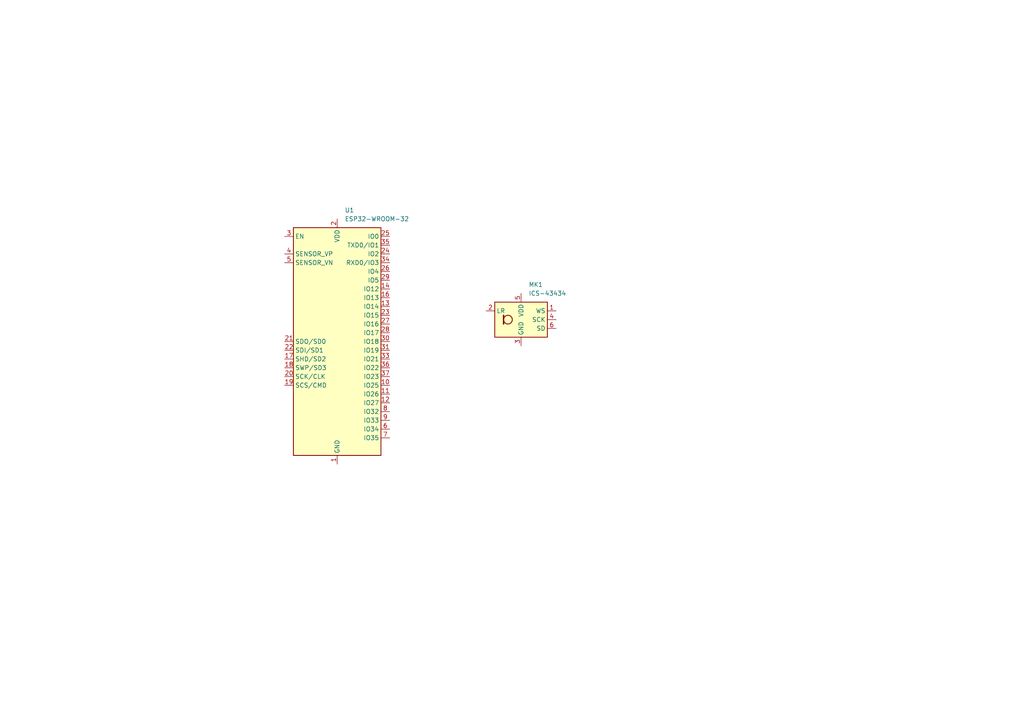
<source format=kicad_sch>
(kicad_sch (version 20230121) (generator eeschema)

  (uuid 10dbfad3-1725-478b-bb72-3f7031e6b789)

  (paper "A4")

  (lib_symbols
    (symbol "RF_Module:ESP32-WROOM-32" (in_bom yes) (on_board yes)
      (property "Reference" "U" (at -12.7 34.29 0)
        (effects (font (size 1.27 1.27)) (justify left))
      )
      (property "Value" "ESP32-WROOM-32" (at 1.27 34.29 0)
        (effects (font (size 1.27 1.27)) (justify left))
      )
      (property "Footprint" "RF_Module:ESP32-WROOM-32" (at 0 -38.1 0)
        (effects (font (size 1.27 1.27)) hide)
      )
      (property "Datasheet" "https://www.espressif.com/sites/default/files/documentation/esp32-wroom-32_datasheet_en.pdf" (at -7.62 1.27 0)
        (effects (font (size 1.27 1.27)) hide)
      )
      (property "ki_keywords" "RF Radio BT ESP ESP32 Espressif onboard PCB antenna" (at 0 0 0)
        (effects (font (size 1.27 1.27)) hide)
      )
      (property "ki_description" "RF Module, ESP32-D0WDQ6 SoC, Wi-Fi 802.11b/g/n, Bluetooth, BLE, 32-bit, 2.7-3.6V, onboard antenna, SMD" (at 0 0 0)
        (effects (font (size 1.27 1.27)) hide)
      )
      (property "ki_fp_filters" "ESP32?WROOM?32*" (at 0 0 0)
        (effects (font (size 1.27 1.27)) hide)
      )
      (symbol "ESP32-WROOM-32_0_1"
        (rectangle (start -12.7 33.02) (end 12.7 -33.02)
          (stroke (width 0.254) (type default))
          (fill (type background))
        )
      )
      (symbol "ESP32-WROOM-32_1_1"
        (pin power_in line (at 0 -35.56 90) (length 2.54)
          (name "GND" (effects (font (size 1.27 1.27))))
          (number "1" (effects (font (size 1.27 1.27))))
        )
        (pin bidirectional line (at 15.24 -12.7 180) (length 2.54)
          (name "IO25" (effects (font (size 1.27 1.27))))
          (number "10" (effects (font (size 1.27 1.27))))
        )
        (pin bidirectional line (at 15.24 -15.24 180) (length 2.54)
          (name "IO26" (effects (font (size 1.27 1.27))))
          (number "11" (effects (font (size 1.27 1.27))))
        )
        (pin bidirectional line (at 15.24 -17.78 180) (length 2.54)
          (name "IO27" (effects (font (size 1.27 1.27))))
          (number "12" (effects (font (size 1.27 1.27))))
        )
        (pin bidirectional line (at 15.24 10.16 180) (length 2.54)
          (name "IO14" (effects (font (size 1.27 1.27))))
          (number "13" (effects (font (size 1.27 1.27))))
        )
        (pin bidirectional line (at 15.24 15.24 180) (length 2.54)
          (name "IO12" (effects (font (size 1.27 1.27))))
          (number "14" (effects (font (size 1.27 1.27))))
        )
        (pin passive line (at 0 -35.56 90) (length 2.54) hide
          (name "GND" (effects (font (size 1.27 1.27))))
          (number "15" (effects (font (size 1.27 1.27))))
        )
        (pin bidirectional line (at 15.24 12.7 180) (length 2.54)
          (name "IO13" (effects (font (size 1.27 1.27))))
          (number "16" (effects (font (size 1.27 1.27))))
        )
        (pin bidirectional line (at -15.24 -5.08 0) (length 2.54)
          (name "SHD/SD2" (effects (font (size 1.27 1.27))))
          (number "17" (effects (font (size 1.27 1.27))))
        )
        (pin bidirectional line (at -15.24 -7.62 0) (length 2.54)
          (name "SWP/SD3" (effects (font (size 1.27 1.27))))
          (number "18" (effects (font (size 1.27 1.27))))
        )
        (pin bidirectional line (at -15.24 -12.7 0) (length 2.54)
          (name "SCS/CMD" (effects (font (size 1.27 1.27))))
          (number "19" (effects (font (size 1.27 1.27))))
        )
        (pin power_in line (at 0 35.56 270) (length 2.54)
          (name "VDD" (effects (font (size 1.27 1.27))))
          (number "2" (effects (font (size 1.27 1.27))))
        )
        (pin bidirectional line (at -15.24 -10.16 0) (length 2.54)
          (name "SCK/CLK" (effects (font (size 1.27 1.27))))
          (number "20" (effects (font (size 1.27 1.27))))
        )
        (pin bidirectional line (at -15.24 0 0) (length 2.54)
          (name "SDO/SD0" (effects (font (size 1.27 1.27))))
          (number "21" (effects (font (size 1.27 1.27))))
        )
        (pin bidirectional line (at -15.24 -2.54 0) (length 2.54)
          (name "SDI/SD1" (effects (font (size 1.27 1.27))))
          (number "22" (effects (font (size 1.27 1.27))))
        )
        (pin bidirectional line (at 15.24 7.62 180) (length 2.54)
          (name "IO15" (effects (font (size 1.27 1.27))))
          (number "23" (effects (font (size 1.27 1.27))))
        )
        (pin bidirectional line (at 15.24 25.4 180) (length 2.54)
          (name "IO2" (effects (font (size 1.27 1.27))))
          (number "24" (effects (font (size 1.27 1.27))))
        )
        (pin bidirectional line (at 15.24 30.48 180) (length 2.54)
          (name "IO0" (effects (font (size 1.27 1.27))))
          (number "25" (effects (font (size 1.27 1.27))))
        )
        (pin bidirectional line (at 15.24 20.32 180) (length 2.54)
          (name "IO4" (effects (font (size 1.27 1.27))))
          (number "26" (effects (font (size 1.27 1.27))))
        )
        (pin bidirectional line (at 15.24 5.08 180) (length 2.54)
          (name "IO16" (effects (font (size 1.27 1.27))))
          (number "27" (effects (font (size 1.27 1.27))))
        )
        (pin bidirectional line (at 15.24 2.54 180) (length 2.54)
          (name "IO17" (effects (font (size 1.27 1.27))))
          (number "28" (effects (font (size 1.27 1.27))))
        )
        (pin bidirectional line (at 15.24 17.78 180) (length 2.54)
          (name "IO5" (effects (font (size 1.27 1.27))))
          (number "29" (effects (font (size 1.27 1.27))))
        )
        (pin input line (at -15.24 30.48 0) (length 2.54)
          (name "EN" (effects (font (size 1.27 1.27))))
          (number "3" (effects (font (size 1.27 1.27))))
        )
        (pin bidirectional line (at 15.24 0 180) (length 2.54)
          (name "IO18" (effects (font (size 1.27 1.27))))
          (number "30" (effects (font (size 1.27 1.27))))
        )
        (pin bidirectional line (at 15.24 -2.54 180) (length 2.54)
          (name "IO19" (effects (font (size 1.27 1.27))))
          (number "31" (effects (font (size 1.27 1.27))))
        )
        (pin no_connect line (at -12.7 -27.94 0) (length 2.54) hide
          (name "NC" (effects (font (size 1.27 1.27))))
          (number "32" (effects (font (size 1.27 1.27))))
        )
        (pin bidirectional line (at 15.24 -5.08 180) (length 2.54)
          (name "IO21" (effects (font (size 1.27 1.27))))
          (number "33" (effects (font (size 1.27 1.27))))
        )
        (pin bidirectional line (at 15.24 22.86 180) (length 2.54)
          (name "RXD0/IO3" (effects (font (size 1.27 1.27))))
          (number "34" (effects (font (size 1.27 1.27))))
        )
        (pin bidirectional line (at 15.24 27.94 180) (length 2.54)
          (name "TXD0/IO1" (effects (font (size 1.27 1.27))))
          (number "35" (effects (font (size 1.27 1.27))))
        )
        (pin bidirectional line (at 15.24 -7.62 180) (length 2.54)
          (name "IO22" (effects (font (size 1.27 1.27))))
          (number "36" (effects (font (size 1.27 1.27))))
        )
        (pin bidirectional line (at 15.24 -10.16 180) (length 2.54)
          (name "IO23" (effects (font (size 1.27 1.27))))
          (number "37" (effects (font (size 1.27 1.27))))
        )
        (pin passive line (at 0 -35.56 90) (length 2.54) hide
          (name "GND" (effects (font (size 1.27 1.27))))
          (number "38" (effects (font (size 1.27 1.27))))
        )
        (pin passive line (at 0 -35.56 90) (length 2.54) hide
          (name "GND" (effects (font (size 1.27 1.27))))
          (number "39" (effects (font (size 1.27 1.27))))
        )
        (pin input line (at -15.24 25.4 0) (length 2.54)
          (name "SENSOR_VP" (effects (font (size 1.27 1.27))))
          (number "4" (effects (font (size 1.27 1.27))))
        )
        (pin input line (at -15.24 22.86 0) (length 2.54)
          (name "SENSOR_VN" (effects (font (size 1.27 1.27))))
          (number "5" (effects (font (size 1.27 1.27))))
        )
        (pin input line (at 15.24 -25.4 180) (length 2.54)
          (name "IO34" (effects (font (size 1.27 1.27))))
          (number "6" (effects (font (size 1.27 1.27))))
        )
        (pin input line (at 15.24 -27.94 180) (length 2.54)
          (name "IO35" (effects (font (size 1.27 1.27))))
          (number "7" (effects (font (size 1.27 1.27))))
        )
        (pin bidirectional line (at 15.24 -20.32 180) (length 2.54)
          (name "IO32" (effects (font (size 1.27 1.27))))
          (number "8" (effects (font (size 1.27 1.27))))
        )
        (pin bidirectional line (at 15.24 -22.86 180) (length 2.54)
          (name "IO33" (effects (font (size 1.27 1.27))))
          (number "9" (effects (font (size 1.27 1.27))))
        )
      )
    )
    (symbol "Sensor_Audio:ICS-43434" (in_bom yes) (on_board yes)
      (property "Reference" "MK" (at -7.62 6.35 0)
        (effects (font (size 1.27 1.27)) (justify left))
      )
      (property "Value" "ICS-43434" (at 1.27 6.35 0)
        (effects (font (size 1.27 1.27)) (justify left))
      )
      (property "Footprint" "Sensor_Audio:InvenSense_ICS-43434-6_3.5x2.65mm" (at 0 0 0)
        (effects (font (size 1.27 1.27)) hide)
      )
      (property "Datasheet" "https://www.invensense.com/wp-content/uploads/2016/02/DS-000069-ICS-43434-v1.2.pdf" (at 0 0 0)
        (effects (font (size 1.27 1.27)) hide)
      )
      (property "ki_keywords" "microphone MEMS 24bit I2S ICS-43434 TDK InvenSense" (at 0 0 0)
        (effects (font (size 1.27 1.27)) hide)
      )
      (property "ki_description" "TDK InvenSense MEMS Microphone, 24-bit I2S, 65 dBA SNR, LGA-6" (at 0 0 0)
        (effects (font (size 1.27 1.27)) hide)
      )
      (property "ki_fp_filters" "InvenSense*ICS*43434*" (at 0 0 0)
        (effects (font (size 1.27 1.27)) hide)
      )
      (symbol "ICS-43434_1_1"
        (rectangle (start -7.62 5.08) (end 7.62 -5.08)
          (stroke (width 0.254) (type default))
          (fill (type background))
        )
        (circle (center -3.81 0) (radius 1.27)
          (stroke (width 0.254) (type default))
          (fill (type none))
        )
        (polyline
          (pts
            (xy -5.08 1.27)
            (xy -5.08 -1.27)
          )
          (stroke (width 0.381) (type default))
          (fill (type none))
        )
        (pin input line (at 10.16 2.54 180) (length 2.54)
          (name "WS" (effects (font (size 1.27 1.27))))
          (number "1" (effects (font (size 1.27 1.27))))
        )
        (pin input line (at -10.16 2.54 0) (length 2.54)
          (name "LR" (effects (font (size 1.27 1.27))))
          (number "2" (effects (font (size 1.27 1.27))))
        )
        (pin power_in line (at 0 -7.62 90) (length 2.54)
          (name "GND" (effects (font (size 1.27 1.27))))
          (number "3" (effects (font (size 1.27 1.27))))
        )
        (pin input line (at 10.16 0 180) (length 2.54)
          (name "SCK" (effects (font (size 1.27 1.27))))
          (number "4" (effects (font (size 1.27 1.27))))
        )
        (pin power_in line (at 0 7.62 270) (length 2.54)
          (name "VDD" (effects (font (size 1.27 1.27))))
          (number "5" (effects (font (size 1.27 1.27))))
        )
        (pin output line (at 10.16 -2.54 180) (length 2.54)
          (name "SD" (effects (font (size 1.27 1.27))))
          (number "6" (effects (font (size 1.27 1.27))))
        )
      )
    )
  )


  (symbol (lib_id "RF_Module:ESP32-WROOM-32") (at 97.79 99.06 0) (unit 1)
    (in_bom yes) (on_board yes) (dnp no) (fields_autoplaced)
    (uuid 464a909c-afb5-4226-bc5a-a57fc701cafb)
    (property "Reference" "U1" (at 99.9841 60.96 0)
      (effects (font (size 1.27 1.27)) (justify left))
    )
    (property "Value" "ESP32-WROOM-32" (at 99.9841 63.5 0)
      (effects (font (size 1.27 1.27)) (justify left))
    )
    (property "Footprint" "RF_Module:ESP32-WROOM-32" (at 97.79 137.16 0)
      (effects (font (size 1.27 1.27)) hide)
    )
    (property "Datasheet" "https://www.espressif.com/sites/default/files/documentation/esp32-wroom-32_datasheet_en.pdf" (at 90.17 97.79 0)
      (effects (font (size 1.27 1.27)) hide)
    )
    (pin "1" (uuid d00ff10c-7ee6-4944-9908-1e90eab21fc3))
    (pin "10" (uuid 1162ca62-db4a-4b78-9221-a37349289c7e))
    (pin "11" (uuid 5579f78e-297b-4a28-9ece-6a0f3cd11546))
    (pin "12" (uuid 5eea3b0c-cbbc-4297-864d-91958c42a757))
    (pin "13" (uuid 8f245f6e-cb75-462b-b93f-c16c89b295bd))
    (pin "14" (uuid a3194a30-7cef-42f3-a639-19b587d6fab8))
    (pin "15" (uuid 6815c594-1cc8-430d-9bf5-693a44fc43a3))
    (pin "16" (uuid 5fc5b857-b39f-4928-bb96-cee0c9a0a9af))
    (pin "17" (uuid e3393ae7-efc3-4358-875b-ac04130b594b))
    (pin "18" (uuid 7e35e7cc-4c18-4533-a60b-26beb70d81a3))
    (pin "19" (uuid 156102b3-6141-43d9-9b47-3a3f3b79fe38))
    (pin "2" (uuid c26388d7-3b53-47a9-b355-c082088ee183))
    (pin "20" (uuid aad8c5b6-bbc8-494a-bdd5-eebfb5f2f716))
    (pin "21" (uuid dc02a047-21a2-4b24-9c8a-c7fc175a8b5e))
    (pin "22" (uuid 7b451102-60e2-40cf-91a0-81a85c2c7610))
    (pin "23" (uuid 7e3ee5b6-bb2b-4b1e-9102-d29fee960fd8))
    (pin "24" (uuid a0624bdd-6088-4a72-a8a6-914b834b1a4b))
    (pin "25" (uuid a9a0c4b3-d60a-42d5-ab5c-f54e0209ab80))
    (pin "26" (uuid 86f09009-71ce-41a4-94e4-e9a72aa7b0be))
    (pin "27" (uuid b28b7618-f180-4591-bf64-b0cdb86b4b95))
    (pin "28" (uuid 33ec2d22-5d3b-4e0c-841c-6c6d8b490d0e))
    (pin "29" (uuid 5d463c0a-d904-445e-b32d-7fb44d71e99f))
    (pin "3" (uuid a1876e3f-8cf5-40be-9865-36227965944d))
    (pin "30" (uuid c9f1489a-8ad8-4a26-806c-8b8ed36c4c03))
    (pin "31" (uuid ae5908e8-d99d-48b5-931c-217a5dca6228))
    (pin "32" (uuid b167de55-96d4-4007-a5f2-6aeb5859b14f))
    (pin "33" (uuid 66bbd4a1-af1d-4632-8c92-7eb3c186bf72))
    (pin "34" (uuid fa68415e-f018-4911-a19f-ddeaaac7e9ae))
    (pin "35" (uuid 5970df47-07a8-4119-84aa-4ebed1fbb990))
    (pin "36" (uuid eecf3027-6b3f-4e2f-86a2-a8d7a0c17e08))
    (pin "37" (uuid 5df034b3-d978-4467-a00e-6e1ef2a0c416))
    (pin "38" (uuid 5da8bf90-3521-4d6a-af59-a36ee337a124))
    (pin "39" (uuid 7a390fe7-7294-46b4-a019-825d69e54e34))
    (pin "4" (uuid e6eb1c67-efc9-4717-8b77-044b8ea5fd4c))
    (pin "5" (uuid be39f87b-5b11-4c52-8c14-16667e25a65f))
    (pin "6" (uuid 26a00f24-000c-45ae-b34d-4f150013652a))
    (pin "7" (uuid d98f430c-ffc5-45c6-b43c-6c68ea7c4ab4))
    (pin "8" (uuid 155e8ac8-96dd-49c2-8e46-db2e666627ee))
    (pin "9" (uuid e677142a-599a-4a65-b193-b6ac5bd9e04b))
    (instances
      (project "troy"
        (path "/10dbfad3-1725-478b-bb72-3f7031e6b789"
          (reference "U1") (unit 1)
        )
      )
    )
  )

  (symbol (lib_id "Sensor_Audio:ICS-43434") (at 151.13 92.71 0) (unit 1)
    (in_bom yes) (on_board yes) (dnp no) (fields_autoplaced)
    (uuid c8705035-3bc3-4133-9d77-4495fd465a03)
    (property "Reference" "MK1" (at 153.3241 82.55 0)
      (effects (font (size 1.27 1.27)) (justify left))
    )
    (property "Value" "ICS-43434" (at 153.3241 85.09 0)
      (effects (font (size 1.27 1.27)) (justify left))
    )
    (property "Footprint" "footprints:MAX98357A" (at 151.13 92.71 0)
      (effects (font (size 1.27 1.27)) hide)
    )
    (property "Datasheet" "https://www.invensense.com/wp-content/uploads/2016/02/DS-000069-ICS-43434-v1.2.pdf" (at 151.13 92.71 0)
      (effects (font (size 1.27 1.27)) hide)
    )
    (pin "1" (uuid 68ea5435-cb63-48e0-8f5e-6f38050ddf41))
    (pin "2" (uuid f3c37051-7065-4f7d-9ff4-2d1a5fb8e857))
    (pin "3" (uuid 56914a2d-679d-4599-a40d-497d3b2b5647))
    (pin "4" (uuid fb44e659-124f-4fc3-92ec-0ad6bc9ff60e))
    (pin "5" (uuid 99f60d9f-b29c-4483-9872-58997c150fe3))
    (pin "6" (uuid 094d62e6-a13d-4a95-8605-219de4dbef12))
    (instances
      (project "troy"
        (path "/10dbfad3-1725-478b-bb72-3f7031e6b789"
          (reference "MK1") (unit 1)
        )
      )
    )
  )

  (sheet_instances
    (path "/" (page "1"))
  )
)

</source>
